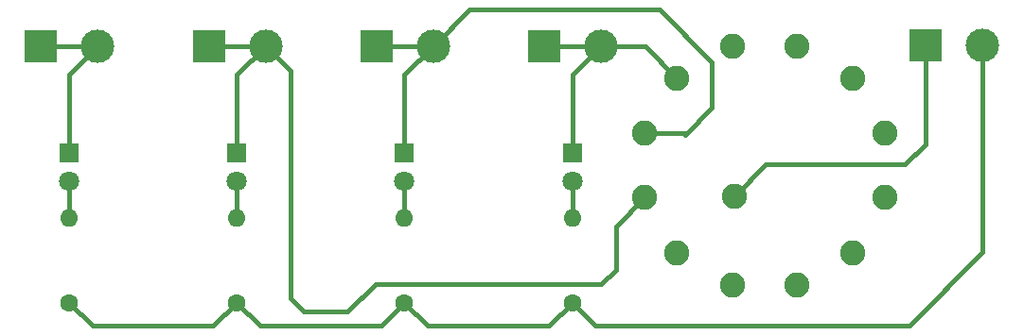
<source format=gtl>
%TF.GenerationSoftware,KiCad,Pcbnew,9.0.0+dfsg-1*%
%TF.CreationDate,2025-03-17T11:39:52+01:00*%
%TF.ProjectId,control-matrix-4,636f6e74-726f-46c2-9d6d-61747269782d,1.0*%
%TF.SameCoordinates,Original*%
%TF.FileFunction,Copper,L1,Top*%
%TF.FilePolarity,Positive*%
%FSLAX46Y46*%
G04 Gerber Fmt 4.6, Leading zero omitted, Abs format (unit mm)*
G04 Created by KiCad (PCBNEW 9.0.0+dfsg-1) date 2025-03-17 11:39:52*
%MOMM*%
%LPD*%
G01*
G04 APERTURE LIST*
%TA.AperFunction,ComponentPad*%
%ADD10C,1.800000*%
%TD*%
%TA.AperFunction,ComponentPad*%
%ADD11R,1.800000X1.800000*%
%TD*%
%TA.AperFunction,ComponentPad*%
%ADD12C,1.600000*%
%TD*%
%TA.AperFunction,ComponentPad*%
%ADD13O,1.600000X1.600000*%
%TD*%
%TA.AperFunction,ComponentPad*%
%ADD14R,3.000000X3.000000*%
%TD*%
%TA.AperFunction,ComponentPad*%
%ADD15C,3.000000*%
%TD*%
%TA.AperFunction,ComponentPad*%
%ADD16C,2.250000*%
%TD*%
%TA.AperFunction,Conductor*%
%ADD17C,0.400000*%
%TD*%
G04 APERTURE END LIST*
D10*
%TO.P,D3,2,A*%
%TO.N,Net-(D3-A)*%
X95400000Y-96270000D03*
D11*
%TO.P,D3,1,K*%
%TO.N,Net-(D3-K)*%
X95400000Y-93730000D03*
%TD*%
D12*
%TO.P,R2,1*%
%TO.N,+12V*%
X80400000Y-107170000D03*
D13*
%TO.P,R2,2*%
%TO.N,Net-(D2-A)*%
X80400000Y-99550000D03*
%TD*%
D11*
%TO.P,D2,1,K*%
%TO.N,Net-(D2-K)*%
X80400000Y-93730000D03*
D10*
%TO.P,D2,2,A*%
%TO.N,Net-(D2-A)*%
X80400000Y-96270000D03*
%TD*%
D11*
%TO.P,D4,1,K*%
%TO.N,Net-(D4-K)*%
X110400000Y-93730000D03*
D10*
%TO.P,D4,2,A*%
%TO.N,Net-(D4-A)*%
X110400000Y-96270000D03*
%TD*%
D12*
%TO.P,R4,1*%
%TO.N,+12V*%
X110400000Y-107170000D03*
D13*
%TO.P,R4,2*%
%TO.N,Net-(D4-A)*%
X110400000Y-99550000D03*
%TD*%
D12*
%TO.P,R1,1*%
%TO.N,+12V*%
X65400000Y-107170000D03*
D13*
%TO.P,R1,2*%
%TO.N,Net-(D1-A)*%
X65400000Y-99550000D03*
%TD*%
D11*
%TO.P,D1,1,K*%
%TO.N,Net-(D1-K)*%
X65400000Y-93730000D03*
D10*
%TO.P,D1,2,A*%
%TO.N,Net-(D1-A)*%
X65400000Y-96270000D03*
%TD*%
D12*
%TO.P,R3,1*%
%TO.N,+12V*%
X95400000Y-107170000D03*
D13*
%TO.P,R3,2*%
%TO.N,Net-(D3-A)*%
X95400000Y-99550000D03*
%TD*%
D14*
%TO.P,J1,1,Pin_1*%
%TO.N,Net-(D1-K)*%
X62900000Y-84170000D03*
D15*
%TO.P,J1,2,Pin_2*%
X67980000Y-84170000D03*
%TD*%
D14*
%TO.P,J2,1,Pin_1*%
%TO.N,Net-(D2-K)*%
X77900000Y-84170000D03*
D15*
%TO.P,J2,2,Pin_2*%
X82980000Y-84170000D03*
%TD*%
D14*
%TO.P,J3,1,Pin_1*%
%TO.N,Net-(D3-K)*%
X92900000Y-84170000D03*
D15*
%TO.P,J3,2,Pin_2*%
X97980000Y-84170000D03*
%TD*%
D14*
%TO.P,J4,1,Pin_1*%
%TO.N,Net-(D4-K)*%
X107900000Y-84170000D03*
D15*
%TO.P,J4,2,Pin_2*%
X112980000Y-84170000D03*
%TD*%
D14*
%TO.P,J9,1,Pin_1*%
%TO.N,GND*%
X142060000Y-84100000D03*
D15*
%TO.P,J9,2,Pin_2*%
%TO.N,+12V*%
X147140000Y-84100000D03*
%TD*%
D16*
%TO.P,SW1,1,1*%
%TO.N,unconnected-(SW1-Pad1)*%
X124754220Y-105600000D03*
%TO.P,SW1,2,2*%
%TO.N,Net-(D1-K)*%
X119778230Y-102727110D03*
%TO.P,SW1,3,3*%
%TO.N,Net-(D2-K)*%
X116905330Y-97751110D03*
%TO.P,SW1,4,4*%
%TO.N,Net-(D3-K)*%
X116905330Y-92005330D03*
%TO.P,SW1,5,5*%
%TO.N,Net-(D4-K)*%
X119778230Y-87029340D03*
%TO.P,SW1,6,6*%
%TO.N,unconnected-(SW1-Pad6)*%
X124754220Y-84156450D03*
%TO.P,SW1,7,7*%
%TO.N,unconnected-(SW1-Pad7)*%
X130500000Y-84156450D03*
%TO.P,SW1,8,8*%
%TO.N,unconnected-(SW1-Pad8)*%
X135476000Y-87029340D03*
%TO.P,SW1,9,9*%
%TO.N,unconnected-(SW1-Pad9)*%
X138348890Y-92005329D03*
%TO.P,SW1,10,10*%
%TO.N,unconnected-(SW1-Pad10)*%
X138348890Y-97751110D03*
%TO.P,SW1,11,11*%
%TO.N,unconnected-(SW1-Pad11)*%
X135476000Y-102727110D03*
%TO.P,SW1,12,12*%
%TO.N,unconnected-(SW1-Pad12)*%
X130500000Y-105600000D03*
%TO.P,SW1,13,13*%
%TO.N,GND*%
X124904750Y-97600580D03*
%TD*%
D17*
%TO.N,Net-(D2-K)*%
X82980000Y-84170000D02*
X85200000Y-86390000D01*
X85200000Y-86390000D02*
X85200000Y-106800000D01*
X114300000Y-100356440D02*
X116905330Y-97751110D01*
X85200000Y-106800000D02*
X86400000Y-108000000D01*
X113000000Y-105500000D02*
X114300000Y-104200000D01*
X86400000Y-108000000D02*
X90300000Y-108000000D01*
X90300000Y-108000000D02*
X92800000Y-105500000D01*
X92800000Y-105500000D02*
X113000000Y-105500000D01*
X114300000Y-104200000D02*
X114300000Y-100356440D01*
%TO.N,Net-(D3-K)*%
X97980000Y-84170000D02*
X101250000Y-80900000D01*
X101250000Y-80900000D02*
X118200000Y-80900000D01*
X118200000Y-80900000D02*
X122900000Y-85600000D01*
X122900000Y-85600000D02*
X122900000Y-89700000D01*
X120405330Y-92005330D02*
X116905330Y-92005330D01*
X122900000Y-89700000D02*
X120500000Y-92100000D01*
X120500000Y-92100000D02*
X120405330Y-92005330D01*
%TO.N,Net-(D4-K)*%
X112980000Y-84170000D02*
X116918890Y-84170000D01*
X116918890Y-84170000D02*
X119778230Y-87029340D01*
%TO.N,+12V*%
X112479000Y-109249000D02*
X140551000Y-109249000D01*
%TO.N,Net-(D1-K)*%
X67980000Y-84170000D02*
X65400000Y-86750000D01*
X62900000Y-84170000D02*
X67980000Y-84170000D01*
X65400000Y-86750000D02*
X65400000Y-93730000D01*
%TO.N,Net-(D1-A)*%
X65400000Y-96270000D02*
X65400000Y-99550000D01*
%TO.N,Net-(D2-A)*%
X80400000Y-96270000D02*
X80400000Y-99550000D01*
%TO.N,Net-(D2-K)*%
X80400000Y-86750000D02*
X80400000Y-93730000D01*
X82980000Y-84170000D02*
X80400000Y-86750000D01*
X77900000Y-84170000D02*
X82980000Y-84170000D01*
%TO.N,Net-(D3-K)*%
X95400000Y-91170000D02*
X95400000Y-86750000D01*
X92900000Y-84170000D02*
X97980000Y-84170000D01*
X95400000Y-91170000D02*
X95400000Y-93730000D01*
X95400000Y-86750000D02*
X97980000Y-84170000D01*
%TO.N,Net-(D3-A)*%
X95400000Y-96270000D02*
X95400000Y-99550000D01*
%TO.N,Net-(D4-A)*%
X110400000Y-96270000D02*
X110400000Y-99550000D01*
%TO.N,Net-(D4-K)*%
X107900000Y-84170000D02*
X112980000Y-84170000D01*
X112980000Y-84170000D02*
X110400000Y-86750000D01*
X110400000Y-86750000D02*
X110400000Y-93730000D01*
%TO.N,GND*%
X142060000Y-92940000D02*
X140200000Y-94800000D01*
X142060000Y-84100000D02*
X142060000Y-92940000D01*
X140200000Y-94800000D02*
X127705330Y-94800000D01*
X127705330Y-94800000D02*
X124904750Y-97600580D01*
%TO.N,+12V*%
X147140000Y-84100000D02*
X147140000Y-102660000D01*
X93321000Y-109249000D02*
X95400000Y-107170000D01*
X67479000Y-109249000D02*
X77750000Y-109249000D01*
X95400000Y-107170000D02*
X97479000Y-109249000D01*
X108321000Y-109249000D02*
X110400000Y-107170000D01*
X78301000Y-109249000D02*
X80380000Y-107170000D01*
X80400000Y-107170000D02*
X82479000Y-109249000D01*
X110400000Y-107170000D02*
X112479000Y-109249000D01*
X97479000Y-109249000D02*
X108321000Y-109249000D01*
X80380000Y-107170000D02*
X80400000Y-107170000D01*
X77750000Y-109249000D02*
X78301000Y-109249000D01*
X82479000Y-109249000D02*
X93321000Y-109249000D01*
X65400000Y-107170000D02*
X67479000Y-109249000D01*
X147140000Y-102660000D02*
X140551000Y-109249000D01*
%TD*%
M02*

</source>
